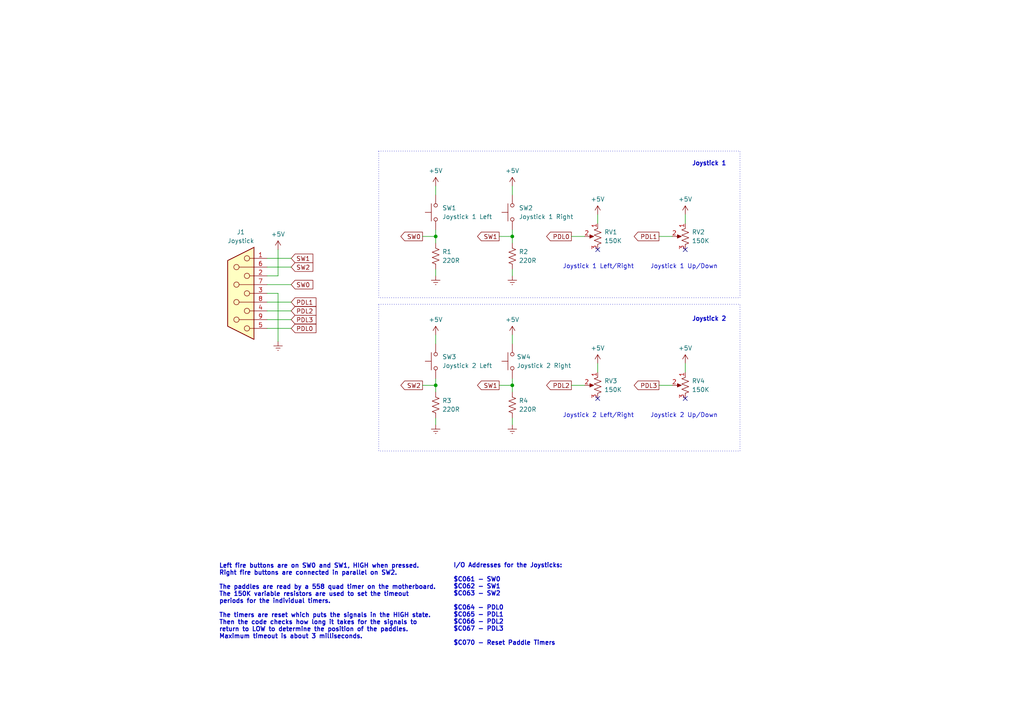
<source format=kicad_sch>
(kicad_sch (version 20230121) (generator eeschema)
  (paper "A4")
  (title_block (title "Dick Smith Cat Joysticks") (comment 2 "Schematic Redrawn by Rhys Weatherley"))
  (lib_symbols
    (symbol "Connector:DE9_Receptacle" (pin_names (offset 1.016) hide)
      (property "Reference" "J" (at 0 13.97 0))
      (property "Value" "DE9_Receptacle" (at 0 -14.605 0))
      (symbol "DE9_Receptacle_0_1"
        (circle (center -1.778 -10.16) (radius 0.762))
        (circle (center -1.778 -5.08) (radius 0.762))
        (circle (center -1.778 0) (radius 0.762))
        (circle (center -1.778 5.08) (radius 0.762))
        (circle (center -1.778 10.16) (radius 0.762))
        (polyline (pts (xy -3.81 -10.16) (xy -2.54 -10.16)))
        (polyline (pts (xy -3.81 -7.62) (xy 0.508 -7.62)))
        (polyline (pts (xy -3.81 -5.08) (xy -2.54 -5.08)))
        (polyline (pts (xy -3.81 -2.54) (xy 0.508 -2.54)))
        (polyline (pts (xy -3.81 0) (xy -2.54 0)))
        (polyline (pts (xy -3.81 2.54) (xy 0.508 2.54)))
        (polyline (pts (xy -3.81 5.08) (xy -2.54 5.08)))
        (polyline (pts (xy -3.81 7.62) (xy 0.508 7.62)))
        (polyline (pts (xy -3.81 10.16) (xy -2.54 10.16)))
        (polyline (pts (xy -3.81 13.335) (xy -3.81 -13.335) (xy 3.81 -9.525) (xy 3.81 9.525) (xy -3.81 13.335)) (stroke (width 0.254)) (fill (type background)))
        (circle (center 1.27 -7.62) (radius 0.762))
        (circle (center 1.27 -2.54) (radius 0.762))
        (circle (center 1.27 2.54) (radius 0.762))
        (circle (center 1.27 7.62) (radius 0.762))
      )
      (symbol "DE9_Receptacle_1_1"
        (pin passive line (at -7.62 10.16 0) (length 3.81) (name "1") (number "1"))
        (pin passive line (at -7.62 5.08 0) (length 3.81) (name "2") (number "2"))
        (pin passive line (at -7.62 0 0) (length 3.81) (name "3") (number "3"))
        (pin passive line (at -7.62 -5.08 0) (length 3.81) (name "4") (number "4"))
        (pin passive line (at -7.62 -10.16 0) (length 3.81) (name "5") (number "5"))
        (pin passive line (at -7.62 7.62 0) (length 3.81) (name "6") (number "6"))
        (pin passive line (at -7.62 2.54 0) (length 3.81) (name "7") (number "7"))
        (pin passive line (at -7.62 -2.54 0) (length 3.81) (name "8") (number "8"))
        (pin passive line (at -7.62 -7.62 0) (length 3.81) (name "9") (number "9"))
      )
    )
    (symbol "Device:R_Potentiometer_US" (pin_names (offset 1.016) hide)
      (property "Reference" "RV" (at -4.445 0 90))
      (property "Value" "R_Potentiometer_US" (at -2.54 0 90))
      (symbol "R_Potentiometer_US_0_1"
        (polyline (pts (xy 0 -2.286) (xy 0 -2.54)))
        (polyline (pts (xy 0 2.54) (xy 0 2.286)))
        (polyline (pts (xy 2.54 0) (xy 1.524 0)))
        (polyline (pts (xy 1.143 0) (xy 2.286 0.508) (xy 2.286 -0.508) (xy 1.143 0)) (fill (type outline)))
        (polyline (pts (xy 0 -0.762) (xy 1.016 -1.143) (xy 0 -1.524) (xy -1.016 -1.905) (xy 0 -2.286)))
        (polyline (pts (xy 0 0.762) (xy 1.016 0.381) (xy 0 0) (xy -1.016 -0.381) (xy 0 -0.762)))
        (polyline (pts (xy 0 2.286) (xy 1.016 1.905) (xy 0 1.524) (xy -1.016 1.143) (xy 0 0.762)))
      )
      (symbol "R_Potentiometer_US_1_1"
        (pin passive line (at 0 3.81 270) (length 1.27) (name "1") (number "1"))
        (pin passive line (at 3.81 0 180) (length 1.27) (name "2") (number "2"))
        (pin passive line (at 0 -3.81 90) (length 1.27) (name "3") (number "3"))
      )
    )
    (symbol "Device:R_US" (pin_numbers hide) (pin_names (offset 0))
      (property "Reference" "R" (at 2.54 0 90))
      (property "Value" "R_US" (at -2.54 0 90))
      (symbol "R_US_0_1"
        (polyline (pts (xy 0 -2.286) (xy 0 -2.54)))
        (polyline (pts (xy 0 2.286) (xy 0 2.54)))
        (polyline (pts (xy 0 -0.762) (xy 1.016 -1.143) (xy 0 -1.524) (xy -1.016 -1.905) (xy 0 -2.286)))
        (polyline (pts (xy 0 0.762) (xy 1.016 0.381) (xy 0 0) (xy -1.016 -0.381) (xy 0 -0.762)))
        (polyline (pts (xy 0 2.286) (xy 1.016 1.905) (xy 0 1.524) (xy -1.016 1.143) (xy 0 0.762)))
      )
      (symbol "R_US_1_1"
        (pin passive line (at 0 3.81 270) (length 1.27) (name "~") (number "1"))
        (pin passive line (at 0 -3.81 90) (length 1.27) (name "~") (number "2"))
      )
    )
    (symbol "Switch:SW_Push" (pin_numbers hide) (pin_names (offset 1.016) hide)
      (property "Reference" "SW" (at 1.27 2.54 0))
      (property "Value" "SW_Push" (at 0 -1.524 0))
      (symbol "SW_Push_0_1"
        (circle (center -2.032 0) (radius 0.508))
        (polyline (pts (xy 0 1.27) (xy 0 3.048)))
        (polyline (pts (xy 2.54 1.27) (xy -2.54 1.27)))
        (circle (center 2.032 0) (radius 0.508))
        (pin passive line (at -5.08 0 0) (length 2.54) (name "1") (number "1"))
        (pin passive line (at 5.08 0 180) (length 2.54) (name "2") (number "2"))
      )
    )
    (symbol "power:+5V" (power) (pin_names (offset 0))
      (property "Value" "+5V" (at 0 3.556 0))
      (symbol "+5V_0_1"
        (polyline (pts (xy -0.762 1.27) (xy 0 2.54)))
        (polyline (pts (xy 0 0) (xy 0 2.54)))
        (polyline (pts (xy 0 2.54) (xy 0.762 1.27)))
      )
      (symbol "+5V_1_1"
        (pin power_in line (at 0 0 90) (length 0) hide (name "+5V") (number "1"))
      )
    )
    (symbol "power:Earth" (power) (pin_names (offset 0))
      (symbol "Earth_0_1"
        (polyline (pts (xy -0.635 -1.905) (xy 0.635 -1.905)))
        (polyline (pts (xy -0.127 -2.54) (xy 0.127 -2.54)))
        (polyline (pts (xy 0 -1.27) (xy 0 0)))
        (polyline (pts (xy 1.27 -1.27) (xy -1.27 -1.27)))
      )
      (symbol "Earth_1_1"
        (pin power_in line (at 0 0 270) (length 0) hide (name "Earth") (number "1"))
      )
    )
  )
  (junction (at 148.59 68.58))
  (junction (at 126.365 68.58))
  (junction (at 126.365 111.76))
  (junction (at 148.59 111.76))
  (no_connect (at 173.355 115.57))
  (no_connect (at 173.355 72.39))
  (no_connect (at 198.755 115.57))
  (no_connect (at 198.755 72.39))
  (wire (pts (xy 126.365 97.155) (xy 126.365 99.695)))
  (wire (pts (xy 77.47 90.17) (xy 84.455 90.17)))
  (wire (pts (xy 198.755 62.23) (xy 198.755 64.77)))
  (wire (pts (xy 122.555 68.58) (xy 126.365 68.58)))
  (wire (pts (xy 126.365 109.855) (xy 126.365 111.76)))
  (wire (pts (xy 77.47 87.63) (xy 84.455 87.63)))
  (wire (pts (xy 77.47 92.71) (xy 84.455 92.71)))
  (wire (pts (xy 148.59 121.285) (xy 148.59 123.19)))
  (wire (pts (xy 126.365 121.285) (xy 126.365 123.19)))
  (wire (pts (xy 198.755 105.41) (xy 198.755 107.95)))
  (wire (pts (xy 77.47 74.93) (xy 84.455 74.93)))
  (wire (pts (xy 191.135 68.58) (xy 194.945 68.58)))
  (wire (pts (xy 80.645 99.06) (xy 80.645 85.09)))
  (wire (pts (xy 126.365 53.975) (xy 126.365 56.515)))
  (wire (pts (xy 148.59 109.855) (xy 148.59 111.76)))
  (wire (pts (xy 165.735 68.58) (xy 169.545 68.58)))
  (wire (pts (xy 148.59 53.975) (xy 148.59 56.515)))
  (wire (pts (xy 191.135 111.76) (xy 194.945 111.76)))
  (wire (pts (xy 126.365 68.58) (xy 126.365 70.485)))
  (wire (pts (xy 77.47 82.55) (xy 84.455 82.55)))
  (wire (pts (xy 126.365 111.76) (xy 126.365 113.665)))
  (wire (pts (xy 122.555 111.76) (xy 126.365 111.76)))
  (wire (pts (xy 126.365 66.675) (xy 126.365 68.58)))
  (wire (pts (xy 165.735 111.76) (xy 169.545 111.76)))
  (wire (pts (xy 126.365 78.105) (xy 126.365 80.01)))
  (wire (pts (xy 80.645 80.01) (xy 80.645 72.39)))
  (wire (pts (xy 148.59 66.675) (xy 148.59 68.58)))
  (wire (pts (xy 148.59 78.105) (xy 148.59 80.01)))
  (wire (pts (xy 80.645 85.09) (xy 77.47 85.09)))
  (wire (pts (xy 173.355 62.23) (xy 173.355 64.77)))
  (wire (pts (xy 148.59 111.76) (xy 148.59 113.665)))
  (wire (pts (xy 173.355 105.41) (xy 173.355 107.95)))
  (wire (pts (xy 148.59 68.58) (xy 148.59 70.485)))
  (wire (pts (xy 77.47 80.01) (xy 80.645 80.01)))
  (wire (pts (xy 144.78 111.76) (xy 148.59 111.76)))
  (wire (pts (xy 77.47 95.25) (xy 84.455 95.25)))
  (wire (pts (xy 148.59 97.155) (xy 148.59 99.695)))
  (wire (pts (xy 144.78 68.58) (xy 148.59 68.58)))
  (wire (pts (xy 77.47 77.47) (xy 84.455 77.47)))
  (rectangle (start 109.855 88.265) (end 214.63 130.81) (stroke (width 0) (type dot)))
  (rectangle (start 109.855 43.815) (end 214.63 86.36) (stroke (width 0) (type dot)))
  (text "Joystick 2 Up/Down" (at 188.595 121.285 0) (effects (font (size 1.27 1.27)) (justify left bottom)))
  (text "I/O Addresses for the Joysticks:\n\n$C061 - SW0\n$C062 - SW1\n$C063 - SW2\n\n$C064 - PDL0\n$C065 - PDL1\n$C066 - PDL2\n$C067 - PDL3\n\n$C070 - Reset Paddle Timers" (at 131.445 187.325 0) (effects (font (size 1.27 1.27) bold) (justify left bottom)))
  (text "Joystick 1 Left/Right" (at 163.195 78.105 0) (effects (font (size 1.27 1.27)) (justify left bottom)))
  (text "Joystick 2 Left/Right" (at 163.195 121.285 0) (effects (font (size 1.27 1.27)) (justify left bottom)))
  (text "Joystick 2" (at 200.66 93.345 0) (effects (font (size 1.27 1.27) (thickness 0.254) bold) (justify left bottom)))
  (text "Joystick 1 Up/Down" (at 188.595 78.105 0) (effects (font (size 1.27 1.27)) (justify left bottom)))
  (text "Left fire buttons are on SW0 and SW1, HIGH when pressed.\nRight fire buttons are connected in parallel on SW2." (at 63.5 167.005 0) (effects (font (size 1.27 1.27) bold) (justify left bottom)))
  (text "Joystick 1" (at 200.66 48.26 0) (effects (font (size 1.27 1.27) (thickness 0.254) bold) (justify left bottom)))
  (text "The paddles are read by a 558 quad timer on the motherboard.\nThe 150K variable resistors are used to set the timeout\nperiods for the individual timers.\n\nThe timers are reset which puts the signals in the HIGH state.\nThen the code checks how long it takes for the signals to\nreturn to LOW to determine the position of the paddles.\nMaximum timeout is about 3 milliseconds." (at 63.5 185.42 0) (effects (font (size 1.27 1.27) bold) (justify left bottom)))
  (global_label "PDL1" (shape input) (at 84.455 87.63 0) (property "Intersheetrefs" "${INTERSHEET_REFS}" (effects hide)))
  (global_label "SW0" (shape input) (at 84.455 82.55 0) (property "Intersheetrefs" "${INTERSHEET_REFS}" (effects hide)))
  (global_label "PDL0" (shape input) (at 84.455 95.25 0) (property "Intersheetrefs" "${INTERSHEET_REFS}" (effects hide)))
  (global_label "PDL1" (shape output) (at 191.135 68.58 180) (property "Intersheetrefs" "${INTERSHEET_REFS}" (effects hide)))
  (global_label "SW0" (shape output) (at 122.555 68.58 180) (property "Intersheetrefs" "${INTERSHEET_REFS}" (effects hide)))
  (global_label "PDL3" (shape output) (at 191.135 111.76 180) (property "Intersheetrefs" "${INTERSHEET_REFS}" (effects hide)))
  (global_label "SW1" (shape output) (at 144.78 68.58 180) (property "Intersheetrefs" "${INTERSHEET_REFS}" (effects hide)))
  (global_label "SW2" (shape output) (at 122.555 111.76 180) (property "Intersheetrefs" "${INTERSHEET_REFS}" (effects hide)))
  (global_label "SW2" (shape input) (at 84.455 77.47 0) (property "Intersheetrefs" "${INTERSHEET_REFS}" (effects hide)))
  (global_label "PDL2" (shape input) (at 84.455 90.17 0) (property "Intersheetrefs" "${INTERSHEET_REFS}" (effects hide)))
  (global_label "SW1" (shape input) (at 84.455 74.93 0) (property "Intersheetrefs" "${INTERSHEET_REFS}" (effects hide)))
  (global_label "SW1" (shape output) (at 144.78 111.76 180) (property "Intersheetrefs" "${INTERSHEET_REFS}" (effects hide)))
  (global_label "PDL3" (shape input) (at 84.455 92.71 0) (property "Intersheetrefs" "${INTERSHEET_REFS}" (effects hide)))
  (global_label "PDL2" (shape output) (at 165.735 111.76 180) (property "Intersheetrefs" "${INTERSHEET_REFS}" (effects hide)))
  (global_label "PDL0" (shape output) (at 165.735 68.58 180) (property "Intersheetrefs" "${INTERSHEET_REFS}" (effects hide)))
  (symbol (lib_id "Device:R_Potentiometer_US") (at 173.355 111.76 0) (mirror y) (unit 1)
    (property "Reference" "RV3" (at 175.26 110.49 0) (effects (justify right)))
    (property "Value" "150K" (at 175.26 113.03 0) (effects (justify right)))
  )
  (symbol (lib_id "Switch:SW_Push") (at 126.365 61.595 90) (unit 1)
    (property "Reference" "SW1" (at 128.27 60.325 90) (effects (justify right)))
    (property "Value" "Joystick 1 Left" (at 128.27 62.865 90) (effects (justify right)))
  )
  (symbol (lib_id "power:Earth") (at 126.365 80.01 0) (unit 1)
    (property "Reference" "#PWR05" (effects hide))
    (property "Value" "Earth" (effects hide))
  )
  (symbol (lib_id "Device:R_US") (at 148.59 117.475 0) (unit 1)
    (property "Reference" "R4" (at 150.495 116.205 0) (effects (justify left)))
    (property "Value" "220R" (at 150.495 118.745 0) (effects (justify left)))
  )
  (symbol (lib_id "power:+5V") (at 148.59 97.155 0) (unit 1)
    (property "Reference" "#PWR011" (effects hide))
    (property "Value" "+5V" (at 148.59 92.71 0))
  )
  (symbol (lib_id "power:+5V") (at 80.645 72.39 0) (unit 1)
    (property "Reference" "#PWR01" (effects hide))
    (property "Value" "+5V" (at 80.645 67.945 0))
  )
  (symbol (lib_id "power:+5V") (at 198.755 62.23 0) (unit 1)
    (property "Reference" "#PWR08" (effects hide))
    (property "Value" "+5V" (at 198.755 57.785 0))
  )
  (symbol (lib_id "power:Earth") (at 148.59 80.01 0) (unit 1)
    (property "Reference" "#PWR06" (effects hide))
    (property "Value" "Earth" (effects hide))
  )
  (symbol (lib_id "Connector:DE9_Receptacle") (at 69.85 85.09 0) (mirror y) (unit 1)
    (property "Reference" "J1" (at 69.85 67.31 0))
    (property "Value" "Joystick" (at 69.85 69.85 0))
    (property "Footprint" "Connector_Dsub:DSUB-9_Female_EdgeMount_P2.77mm" (effects hide))
    (property "Datasheet" " ~" (effects hide))
  )
  (symbol (lib_id "Device:R_Potentiometer_US") (at 198.755 111.76 0) (mirror y) (unit 1)
    (property "Reference" "RV4" (at 200.66 110.49 0) (effects (justify right)))
    (property "Value" "150K" (at 200.66 113.03 0) (effects (justify right)))
  )
  (symbol (lib_id "Switch:SW_Push") (at 148.59 61.595 90) (unit 1)
    (property "Reference" "SW2" (at 150.495 60.325 90) (effects (justify right)))
    (property "Value" "Joystick 1 Right" (at 150.495 62.865 90) (effects (justify right)))
  )
  (symbol (lib_id "Switch:SW_Push") (at 126.365 104.775 90) (unit 1)
    (property "Reference" "SW3" (at 128.27 103.505 90) (effects (justify right)))
    (property "Value" "Joystick 2 Left" (at 128.27 106.045 90) (effects (justify right)))
  )
  (symbol (lib_id "power:Earth") (at 126.365 123.19 0) (unit 1)
    (property "Reference" "#PWR010" (effects hide))
    (property "Value" "Earth" (effects hide))
  )
  (symbol (lib_id "Switch:SW_Push") (at 148.59 104.775 90) (unit 1)
    (property "Reference" "SW4" (at 149.86 103.505 90) (effects (justify right)))
    (property "Value" "Joystick 2 Right" (at 149.86 106.045 90) (effects (justify right)))
  )
  (symbol (lib_id "Device:R_Potentiometer_US") (at 198.755 68.58 0) (mirror y) (unit 1)
    (property "Reference" "RV2" (at 200.66 67.31 0) (effects (justify right)))
    (property "Value" "150K" (at 200.66 69.85 0) (effects (justify right)))
  )
  (symbol (lib_id "power:+5V") (at 148.59 53.975 0) (unit 1)
    (property "Reference" "#PWR04" (effects hide))
    (property "Value" "+5V" (at 148.59 49.53 0))
  )
  (symbol (lib_id "power:+5V") (at 126.365 53.975 0) (unit 1)
    (property "Reference" "#PWR03" (effects hide))
    (property "Value" "+5V" (at 126.365 49.53 0))
  )
  (symbol (lib_id "power:+5V") (at 173.355 62.23 0) (unit 1)
    (property "Reference" "#PWR07" (effects hide))
    (property "Value" "+5V" (at 173.355 57.785 0))
  )
  (symbol (lib_id "power:+5V") (at 126.365 97.155 0) (unit 1)
    (property "Reference" "#PWR09" (effects hide))
    (property "Value" "+5V" (at 126.365 92.71 0))
  )
  (symbol (lib_id "Device:R_Potentiometer_US") (at 173.355 68.58 0) (mirror y) (unit 1)
    (property "Reference" "RV1" (at 175.26 67.31 0) (effects (justify right)))
    (property "Value" "150K" (at 175.26 69.85 0) (effects (justify right)))
  )
  (symbol (lib_id "power:+5V") (at 198.755 105.41 0) (unit 1)
    (property "Reference" "#PWR014" (effects hide))
    (property "Value" "+5V" (at 198.755 100.965 0))
  )
  (symbol (lib_id "Device:R_US") (at 126.365 74.295 0) (unit 1)
    (property "Reference" "R1" (at 128.27 73.025 0) (effects (justify left)))
    (property "Value" "220R" (at 128.27 75.565 0) (effects (justify left)))
  )
  (symbol (lib_id "power:Earth") (at 148.59 123.19 0) (unit 1)
    (property "Reference" "#PWR012" (effects hide))
    (property "Value" "Earth" (effects hide))
  )
  (symbol (lib_id "power:Earth") (at 80.645 99.06 0) (unit 1)
    (property "Reference" "#PWR02" (effects hide))
    (property "Value" "Earth" (effects hide))
  )
  (symbol (lib_id "power:+5V") (at 173.355 105.41 0) (unit 1)
    (property "Reference" "#PWR013" (effects hide))
    (property "Value" "+5V" (at 173.355 100.965 0))
  )
  (symbol (lib_id "Device:R_US") (at 148.59 74.295 0) (unit 1)
    (property "Reference" "R2" (at 150.495 73.025 0) (effects (justify left)))
    (property "Value" "220R" (at 150.495 75.565 0) (effects (justify left)))
  )
  (symbol (lib_id "Device:R_US") (at 126.365 117.475 0) (unit 1)
    (property "Reference" "R3" (at 128.27 116.205 0) (effects (justify left)))
    (property "Value" "220R" (at 128.27 118.745 0) (effects (justify left)))
  )
)
</source>
